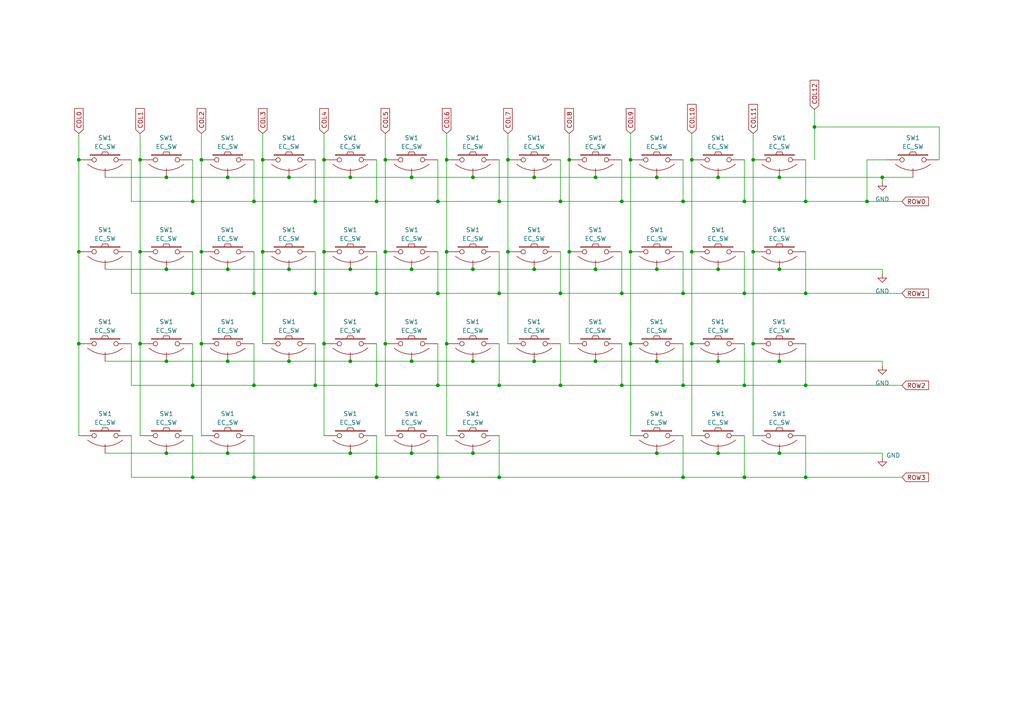
<source format=kicad_sch>
(kicad_sch (version 20230121) (generator eeschema)
  (paper "A4")
  (title_block (title "capybully") (date "2023-07-18") (rev "0.1") (company "sporkus"))
  (lib_symbols
    (symbol "cipulot_parts:EC_SW" (pin_numbers hide) (pin_names (offset 1.016) hide)
      (property "Reference" "SW" (at 3.81 2.794 0))
      (property "Value" "EC_SW" (at -3.81 3.81 0))
      (symbol "EC_SW_0_1"
        (arc (start -5.08 -1.27) (mid 0 -3.052) (end 5.08 -1.27))
        (rectangle (start -4.318 1.27) (end 4.318 1.524))
        (polyline (pts (xy -1.016 1.524) (xy -0.762 2.286) (xy 0.762 2.286) (xy 1.016 1.524)))
        (pin passive inverted (at -7.62 0 0) (length 5.08) (name "1") (number "1"))
        (pin passive inverted (at 7.62 0 180) (length 5.08) (name "2") (number "2"))
      )
      (symbol "EC_SW_1_1"
        (pin input line (at 0 -5.08 90) (length 2.54) (name "SG") (number "3"))
      )
    )
    (symbol "power:GND" (power) (pin_names (offset 0))
      (property "Value" "GND" (at 0 -3.81 0))
      (symbol "GND_0_1"
        (polyline (pts (xy 0 0) (xy 0 -1.27) (xy 1.27 -1.27) (xy 0 -2.54) (xy -1.27 -1.27) (xy 0 -1.27)))
      )
      (symbol "GND_1_1"
        (pin power_in line (at 0 0 270) (length 0) hide (name "GND") (number "1"))
      )
    )
  )
  (junction (at 172.72 104.775))
  (junction (at 40.64 46.355))
  (junction (at 22.86 46.355))
  (junction (at 215.9 111.76))
  (junction (at 137.16 51.435))
  (junction (at 147.32 73.025))
  (junction (at 101.6 51.435))
  (junction (at 198.12 111.76))
  (junction (at 226.06 51.435))
  (junction (at 208.28 51.435))
  (junction (at 162.56 58.42))
  (junction (at 251.46 58.42))
  (junction (at 22.86 99.695))
  (junction (at 119.38 104.775))
  (junction (at 93.98 73.025))
  (junction (at 226.06 104.775))
  (junction (at 66.04 51.435))
  (junction (at 58.42 73.025))
  (junction (at 76.2 73.025))
  (junction (at 218.44 99.695))
  (junction (at 154.94 51.435))
  (junction (at 66.04 78.105))
  (junction (at 190.5 78.105))
  (junction (at 200.66 99.695))
  (junction (at 58.42 99.695))
  (junction (at 226.06 78.105))
  (junction (at 162.56 111.76))
  (junction (at 48.26 78.105))
  (junction (at 93.98 46.355))
  (junction (at 40.64 99.695))
  (junction (at 127 85.09))
  (junction (at 55.88 85.09))
  (junction (at 208.28 104.775))
  (junction (at 58.42 46.355))
  (junction (at 55.88 58.42))
  (junction (at 215.9 85.09))
  (junction (at 144.78 111.76))
  (junction (at 200.66 46.355))
  (junction (at 144.78 138.43))
  (junction (at 233.68 138.43))
  (junction (at 83.82 104.775))
  (junction (at 76.2 46.355))
  (junction (at 55.88 111.76))
  (junction (at 172.72 51.435))
  (junction (at 111.76 46.355))
  (junction (at 144.78 58.42))
  (junction (at 226.06 131.445))
  (junction (at 180.34 85.09))
  (junction (at 233.68 111.76))
  (junction (at 198.12 138.43))
  (junction (at 200.66 73.025))
  (junction (at 144.78 85.09))
  (junction (at 91.44 58.42))
  (junction (at 93.98 99.695))
  (junction (at 215.9 58.42))
  (junction (at 22.86 73.025))
  (junction (at 109.22 138.43))
  (junction (at 66.04 104.775))
  (junction (at 73.66 58.42))
  (junction (at 66.04 131.445))
  (junction (at 233.68 58.42))
  (junction (at 111.76 99.695))
  (junction (at 48.26 104.775))
  (junction (at 154.94 104.775))
  (junction (at 165.1 73.025))
  (junction (at 101.6 78.105))
  (junction (at 218.44 46.355))
  (junction (at 127 111.76))
  (junction (at 91.44 111.76))
  (junction (at 233.68 85.09))
  (junction (at 180.34 58.42))
  (junction (at 165.1 46.355))
  (junction (at 162.56 85.09))
  (junction (at 180.34 111.76))
  (junction (at 109.22 58.42))
  (junction (at 48.26 131.445))
  (junction (at 129.54 46.355))
  (junction (at 127 138.43))
  (junction (at 236.22 36.83))
  (junction (at 147.32 46.355))
  (junction (at 208.28 78.105))
  (junction (at 190.5 104.775))
  (junction (at 48.26 51.435))
  (junction (at 198.12 58.42))
  (junction (at 101.6 131.445))
  (junction (at 137.16 104.775))
  (junction (at 129.54 99.695))
  (junction (at 215.9 138.43))
  (junction (at 182.88 46.355))
  (junction (at 129.54 73.025))
  (junction (at 101.6 104.775))
  (junction (at 208.28 131.445))
  (junction (at 109.22 85.09))
  (junction (at 182.88 73.025))
  (junction (at 111.76 73.025))
  (junction (at 73.66 138.43))
  (junction (at 137.16 131.445))
  (junction (at 255.905 51.435))
  (junction (at 55.88 138.43))
  (junction (at 109.22 111.76))
  (junction (at 198.12 85.09))
  (junction (at 119.38 51.435))
  (junction (at 83.82 51.435))
  (junction (at 154.94 78.105))
  (junction (at 172.72 78.105))
  (junction (at 83.82 78.105))
  (junction (at 190.5 131.445))
  (junction (at 40.64 73.025))
  (junction (at 127 58.42))
  (junction (at 182.88 99.695))
  (junction (at 73.66 111.76))
  (junction (at 190.5 51.435))
  (junction (at 119.38 131.445))
  (junction (at 119.38 78.105))
  (junction (at 91.44 85.09))
  (junction (at 73.66 85.09))
  (junction (at 137.16 78.105))
  (junction (at 218.44 73.025))
  (wire (pts (xy 233.68 85.09) (xy 261.62 85.09)))
  (wire (pts (xy 73.66 46.355) (xy 73.66 58.42)))
  (wire (pts (xy 127 73.025) (xy 127 85.09)))
  (wire (pts (xy 165.1 73.025) (xy 165.1 99.695)))
  (wire (pts (xy 144.78 126.365) (xy 144.78 138.43)))
  (wire (pts (xy 48.26 78.105) (xy 66.04 78.105)))
  (wire (pts (xy 182.88 38.735) (xy 182.88 46.355)))
  (wire (pts (xy 55.88 99.695) (xy 55.88 111.76)))
  (wire (pts (xy 127 58.42) (xy 144.78 58.42)))
  (wire (pts (xy 215.9 73.025) (xy 215.9 85.09)))
  (wire (pts (xy 255.905 51.435) (xy 255.905 52.705)))
  (wire (pts (xy 83.82 104.775) (xy 101.6 104.775)))
  (wire (pts (xy 172.72 104.775) (xy 190.5 104.775)))
  (wire (pts (xy 127 111.76) (xy 144.78 111.76)))
  (wire (pts (xy 165.1 38.735) (xy 165.1 46.355)))
  (wire (pts (xy 91.44 58.42) (xy 109.22 58.42)))
  (wire (pts (xy 233.68 111.76) (xy 261.62 111.76)))
  (wire (pts (xy 73.66 58.42) (xy 91.44 58.42)))
  (wire (pts (xy 215.9 111.76) (xy 233.68 111.76)))
  (wire (pts (xy 22.86 38.735) (xy 22.86 46.355)))
  (wire (pts (xy 73.66 138.43) (xy 109.22 138.43)))
  (wire (pts (xy 172.72 51.435) (xy 190.5 51.435)))
  (wire (pts (xy 73.66 99.695) (xy 73.66 111.76)))
  (wire (pts (xy 198.12 46.355) (xy 198.12 58.42)))
  (wire (pts (xy 111.76 99.695) (xy 111.76 126.365)))
  (wire (pts (xy 111.76 46.355) (xy 111.76 73.025)))
  (wire (pts (xy 190.5 78.105) (xy 208.28 78.105)))
  (wire (pts (xy 119.38 51.435) (xy 137.16 51.435)))
  (wire (pts (xy 137.16 131.445) (xy 190.5 131.445)))
  (wire (pts (xy 233.68 138.43) (xy 261.62 138.43)))
  (wire (pts (xy 190.5 104.775) (xy 208.28 104.775)))
  (wire (pts (xy 137.16 51.435) (xy 154.94 51.435)))
  (wire (pts (xy 55.88 138.43) (xy 73.66 138.43)))
  (wire (pts (xy 73.66 85.09) (xy 91.44 85.09)))
  (wire (pts (xy 198.12 58.42) (xy 215.9 58.42)))
  (wire (pts (xy 251.46 46.355) (xy 251.46 58.42)))
  (wire (pts (xy 127 126.365) (xy 127 138.43)))
  (wire (pts (xy 93.98 73.025) (xy 93.98 99.695)))
  (wire (pts (xy 218.44 46.355) (xy 218.44 73.025)))
  (wire (pts (xy 119.38 104.775) (xy 137.16 104.775)))
  (wire (pts (xy 55.88 126.365) (xy 55.88 138.43)))
  (wire (pts (xy 255.905 104.775) (xy 255.905 106.045)))
  (wire (pts (xy 144.78 111.76) (xy 162.56 111.76)))
  (wire (pts (xy 22.86 99.695) (xy 22.86 126.365)))
  (wire (pts (xy 129.54 46.355) (xy 129.54 73.025)))
  (wire (pts (xy 40.64 38.735) (xy 40.64 46.355)))
  (wire (pts (xy 38.1 58.42) (xy 55.88 58.42)))
  (wire (pts (xy 172.72 78.105) (xy 190.5 78.105)))
  (wire (pts (xy 38.1 111.76) (xy 55.88 111.76)))
  (wire (pts (xy 127 46.355) (xy 127 58.42)))
  (wire (pts (xy 58.42 38.735) (xy 58.42 46.355)))
  (wire (pts (xy 147.32 73.025) (xy 147.32 99.695)))
  (wire (pts (xy 190.5 131.445) (xy 208.28 131.445)))
  (wire (pts (xy 66.04 131.445) (xy 101.6 131.445)))
  (wire (pts (xy 198.12 99.695) (xy 198.12 111.76)))
  (wire (pts (xy 137.16 78.105) (xy 154.94 78.105)))
  (wire (pts (xy 144.78 46.355) (xy 144.78 58.42)))
  (wire (pts (xy 119.38 78.105) (xy 137.16 78.105)))
  (wire (pts (xy 38.1 126.365) (xy 38.1 138.43)))
  (wire (pts (xy 255.905 131.445) (xy 255.905 132.715)))
  (wire (pts (xy 251.46 46.355) (xy 257.175 46.355)))
  (wire (pts (xy 255.905 51.435) (xy 264.795 51.435)))
  (wire (pts (xy 208.28 78.105) (xy 226.06 78.105)))
  (wire (pts (xy 76.2 46.355) (xy 76.2 73.025)))
  (wire (pts (xy 182.88 99.695) (xy 182.88 126.365)))
  (wire (pts (xy 180.34 111.76) (xy 198.12 111.76)))
  (wire (pts (xy 83.82 51.435) (xy 101.6 51.435)))
  (wire (pts (xy 76.2 73.025) (xy 76.2 99.695)))
  (wire (pts (xy 215.9 99.695) (xy 215.9 111.76)))
  (wire (pts (xy 40.64 73.025) (xy 40.64 99.695)))
  (wire (pts (xy 93.98 38.735) (xy 93.98 46.355)))
  (wire (pts (xy 182.88 46.355) (xy 182.88 73.025)))
  (wire (pts (xy 137.16 104.775) (xy 154.94 104.775)))
  (wire (pts (xy 233.68 58.42) (xy 251.46 58.42)))
  (wire (pts (xy 73.66 126.365) (xy 73.66 138.43)))
  (wire (pts (xy 55.88 58.42) (xy 73.66 58.42)))
  (wire (pts (xy 144.78 73.025) (xy 144.78 85.09)))
  (wire (pts (xy 129.54 73.025) (xy 129.54 99.695)))
  (wire (pts (xy 215.9 126.365) (xy 215.9 138.43)))
  (wire (pts (xy 101.6 78.105) (xy 119.38 78.105)))
  (wire (pts (xy 236.22 36.83) (xy 236.22 46.355)))
  (wire (pts (xy 226.06 104.775) (xy 255.905 104.775)))
  (wire (pts (xy 40.64 99.695) (xy 40.64 126.365)))
  (wire (pts (xy 55.88 73.025) (xy 55.88 85.09)))
  (wire (pts (xy 233.68 46.355) (xy 233.68 58.42)))
  (wire (pts (xy 127 99.695) (xy 127 111.76)))
  (wire (pts (xy 162.56 58.42) (xy 180.34 58.42)))
  (wire (pts (xy 76.2 38.735) (xy 76.2 46.355)))
  (wire (pts (xy 48.26 104.775) (xy 66.04 104.775)))
  (wire (pts (xy 66.04 51.435) (xy 83.82 51.435)))
  (wire (pts (xy 200.66 99.695) (xy 200.66 126.365)))
  (wire (pts (xy 272.415 36.83) (xy 272.415 46.355)))
  (wire (pts (xy 91.44 111.76) (xy 109.22 111.76)))
  (wire (pts (xy 30.48 78.105) (xy 48.26 78.105)))
  (wire (pts (xy 180.34 99.695) (xy 180.34 111.76)))
  (wire (pts (xy 91.44 73.025) (xy 91.44 85.09)))
  (wire (pts (xy 236.22 31.75) (xy 236.22 36.83)))
  (wire (pts (xy 38.1 73.025) (xy 38.1 85.09)))
  (wire (pts (xy 251.46 58.42) (xy 261.62 58.42)))
  (wire (pts (xy 129.54 99.695) (xy 129.54 126.365)))
  (wire (pts (xy 55.88 85.09) (xy 73.66 85.09)))
  (wire (pts (xy 66.04 104.775) (xy 83.82 104.775)))
  (wire (pts (xy 144.78 99.695) (xy 144.78 111.76)))
  (wire (pts (xy 73.66 73.025) (xy 73.66 85.09)))
  (wire (pts (xy 147.32 38.735) (xy 147.32 46.355)))
  (wire (pts (xy 109.22 111.76) (xy 127 111.76)))
  (wire (pts (xy 40.64 46.355) (xy 40.64 73.025)))
  (wire (pts (xy 38.1 46.355) (xy 38.1 58.42)))
  (wire (pts (xy 58.42 73.025) (xy 58.42 99.695)))
  (wire (pts (xy 162.56 85.09) (xy 180.34 85.09)))
  (wire (pts (xy 109.22 138.43) (xy 127 138.43)))
  (wire (pts (xy 236.22 36.83) (xy 272.415 36.83)))
  (wire (pts (xy 101.6 51.435) (xy 119.38 51.435)))
  (wire (pts (xy 38.1 85.09) (xy 55.88 85.09)))
  (wire (pts (xy 215.9 85.09) (xy 233.68 85.09)))
  (wire (pts (xy 190.5 51.435) (xy 208.28 51.435)))
  (wire (pts (xy 38.1 138.43) (xy 55.88 138.43)))
  (wire (pts (xy 30.48 51.435) (xy 48.26 51.435)))
  (wire (pts (xy 215.9 58.42) (xy 233.68 58.42)))
  (wire (pts (xy 109.22 126.365) (xy 109.22 138.43)))
  (wire (pts (xy 58.42 99.695) (xy 58.42 126.365)))
  (wire (pts (xy 233.68 126.365) (xy 233.68 138.43)))
  (wire (pts (xy 226.06 51.435) (xy 255.905 51.435)))
  (wire (pts (xy 198.12 126.365) (xy 198.12 138.43)))
  (wire (pts (xy 30.48 104.775) (xy 48.26 104.775)))
  (wire (pts (xy 91.44 99.695) (xy 91.44 111.76)))
  (wire (pts (xy 180.34 73.025) (xy 180.34 85.09)))
  (wire (pts (xy 93.98 46.355) (xy 93.98 73.025)))
  (wire (pts (xy 93.98 99.695) (xy 93.98 126.365)))
  (wire (pts (xy 226.06 78.105) (xy 255.905 78.105)))
  (wire (pts (xy 208.28 131.445) (xy 226.06 131.445)))
  (wire (pts (xy 162.56 73.025) (xy 162.56 85.09)))
  (wire (pts (xy 218.44 99.695) (xy 218.44 126.365)))
  (wire (pts (xy 144.78 138.43) (xy 198.12 138.43)))
  (wire (pts (xy 218.44 73.025) (xy 218.44 99.695)))
  (wire (pts (xy 109.22 58.42) (xy 127 58.42)))
  (wire (pts (xy 198.12 111.76) (xy 215.9 111.76)))
  (wire (pts (xy 129.54 38.735) (xy 129.54 46.355)))
  (wire (pts (xy 109.22 46.355) (xy 109.22 58.42)))
  (wire (pts (xy 109.22 73.025) (xy 109.22 85.09)))
  (wire (pts (xy 233.68 73.025) (xy 233.68 85.09)))
  (wire (pts (xy 83.82 78.105) (xy 101.6 78.105)))
  (wire (pts (xy 58.42 46.355) (xy 58.42 73.025)))
  (wire (pts (xy 180.34 58.42) (xy 198.12 58.42)))
  (wire (pts (xy 182.88 73.025) (xy 182.88 99.695)))
  (wire (pts (xy 215.9 46.355) (xy 215.9 58.42)))
  (wire (pts (xy 200.66 73.025) (xy 200.66 99.695)))
  (wire (pts (xy 198.12 73.025) (xy 198.12 85.09)))
  (wire (pts (xy 198.12 85.09) (xy 215.9 85.09)))
  (wire (pts (xy 30.48 131.445) (xy 48.26 131.445)))
  (wire (pts (xy 91.44 46.355) (xy 91.44 58.42)))
  (wire (pts (xy 66.04 78.105) (xy 83.82 78.105)))
  (wire (pts (xy 109.22 99.695) (xy 109.22 111.76)))
  (wire (pts (xy 111.76 38.735) (xy 111.76 46.355)))
  (wire (pts (xy 233.68 99.695) (xy 233.68 111.76)))
  (wire (pts (xy 215.9 138.43) (xy 233.68 138.43)))
  (wire (pts (xy 180.34 85.09) (xy 198.12 85.09)))
  (wire (pts (xy 127 85.09) (xy 144.78 85.09)))
  (wire (pts (xy 200.66 46.355) (xy 200.66 73.025)))
  (wire (pts (xy 154.94 104.775) (xy 172.72 104.775)))
  (wire (pts (xy 218.44 38.735) (xy 218.44 46.355)))
  (wire (pts (xy 180.34 46.355) (xy 180.34 58.42)))
  (wire (pts (xy 22.86 73.025) (xy 22.86 99.695)))
  (wire (pts (xy 119.38 131.445) (xy 137.16 131.445)))
  (wire (pts (xy 22.86 46.355) (xy 22.86 73.025)))
  (wire (pts (xy 208.28 51.435) (xy 226.06 51.435)))
  (wire (pts (xy 38.1 99.695) (xy 38.1 111.76)))
  (wire (pts (xy 55.88 111.76) (xy 73.66 111.76)))
  (wire (pts (xy 55.88 46.355) (xy 55.88 58.42)))
  (wire (pts (xy 73.66 111.76) (xy 91.44 111.76)))
  (wire (pts (xy 162.56 46.355) (xy 162.56 58.42)))
  (wire (pts (xy 255.905 78.105) (xy 255.905 79.375)))
  (wire (pts (xy 48.26 131.445) (xy 66.04 131.445)))
  (wire (pts (xy 101.6 104.775) (xy 119.38 104.775)))
  (wire (pts (xy 198.12 138.43) (xy 215.9 138.43)))
  (wire (pts (xy 111.76 73.025) (xy 111.76 99.695)))
  (wire (pts (xy 144.78 58.42) (xy 162.56 58.42)))
  (wire (pts (xy 162.56 111.76) (xy 180.34 111.76)))
  (wire (pts (xy 165.1 46.355) (xy 165.1 73.025)))
  (wire (pts (xy 226.06 131.445) (xy 255.905 131.445)))
  (wire (pts (xy 144.78 85.09) (xy 162.56 85.09)))
  (wire (pts (xy 101.6 131.445) (xy 119.38 131.445)))
  (wire (pts (xy 200.66 38.735) (xy 200.66 46.355)))
  (wire (pts (xy 154.94 51.435) (xy 172.72 51.435)))
  (wire (pts (xy 154.94 78.105) (xy 172.72 78.105)))
  (wire (pts (xy 147.32 46.355) (xy 147.32 73.025)))
  (wire (pts (xy 91.44 85.09) (xy 109.22 85.09)))
  (wire (pts (xy 162.56 99.695) (xy 162.56 111.76)))
  (wire (pts (xy 48.26 51.435) (xy 66.04 51.435)))
  (wire (pts (xy 208.28 104.775) (xy 226.06 104.775)))
  (wire (pts (xy 127 138.43) (xy 144.78 138.43)))
  (wire (pts (xy 109.22 85.09) (xy 127 85.09)))
  (global_label "COL1" (shape input) (at 40.64 38.735 90) (property "Intersheetrefs" "${INTERSHEET_REFS}" (effects hide)))
  (global_label "COL10" (shape input) (at 200.66 38.735 90) (property "Intersheetrefs" "${INTERSHEET_REFS}" (effects hide)))
  (global_label "ROW1" (shape input) (at 261.62 85.09 0) (property "Intersheetrefs" "${INTERSHEET_REFS}" (effects hide)))
  (global_label "COL6" (shape input) (at 129.54 38.735 90) (property "Intersheetrefs" "${INTERSHEET_REFS}" (effects hide)))
  (global_label "ROW3" (shape input) (at 261.62 138.43 0) (property "Intersheetrefs" "${INTERSHEET_REFS}" (effects hide)))
  (global_label "ROW2" (shape input) (at 261.62 111.76 0) (property "Intersheetrefs" "${INTERSHEET_REFS}" (effects hide)))
  (global_label "COL5" (shape input) (at 111.76 38.735 90) (property "Intersheetrefs" "${INTERSHEET_REFS}" (effects hide)))
  (global_label "COL8" (shape input) (at 165.1 38.735 90) (property "Intersheetrefs" "${INTERSHEET_REFS}" (effects hide)))
  (global_label "COL9" (shape input) (at 182.88 38.735 90) (property "Intersheetrefs" "${INTERSHEET_REFS}" (effects hide)))
  (global_label "COL7" (shape input) (at 147.32 38.735 90) (property "Intersheetrefs" "${INTERSHEET_REFS}" (effects hide)))
  (global_label "COL4" (shape input) (at 93.98 38.735 90) (property "Intersheetrefs" "${INTERSHEET_REFS}" (effects hide)))
  (global_label "COL0" (shape input) (at 22.86 38.735 90) (property "Intersheetrefs" "${INTERSHEET_REFS}" (effects hide)))
  (global_label "ROW0" (shape input) (at 261.62 58.42 0) (property "Intersheetrefs" "${INTERSHEET_REFS}" (effects hide)))
  (global_label "COL12" (shape input) (at 236.22 31.75 90) (property "Intersheetrefs" "${INTERSHEET_REFS}" (effects hide)))
  (global_label "COL11" (shape input) (at 218.44 38.735 90) (property "Intersheetrefs" "${INTERSHEET_REFS}" (effects hide)))
  (global_label "COL2" (shape input) (at 58.42 38.735 90) (property "Intersheetrefs" "${INTERSHEET_REFS}" (effects hide)))
  (global_label "COL3" (shape input) (at 76.2 38.735 90) (property "Intersheetrefs" "${INTERSHEET_REFS}" (effects hide)))
  (symbol (lib_id "cipulot_parts:EC_SW") (at 48.26 46.355 0) (mirror y) (unit 1) (in_bom no)
    (property "Reference" "SW1" (at 48.26 40.005 0))
    (property "Value" "EC_SW" (at 48.26 42.545 0))
    (property "Footprint" "capacitive_sensors:ecs_plate_cut_1U_14x14mm" (effects hide))
    (instances (project "tako" (path "" (reference "SW1") (unit 1))) (project "tako" (path "" (reference "SW1") (unit 1))) (project "plate2" (path "" (reference "SW2") (unit 1))) (project "le_capybara" (path "" (reference "SW1") (unit 1))))
  )
  (symbol (lib_id "cipulot_parts:EC_SW") (at 119.38 99.695 0) (mirror y) (unit 1) (in_bom no)
    (property "Reference" "SW1" (at 119.38 93.345 0))
    (property "Value" "EC_SW" (at 119.38 95.885 0))
    (property "Footprint" "capacitive_sensors:ecs_plate_cut_1U_14x14mm" (effects hide))
    (instances (project "tako" (path "" (reference "SW1") (unit 1))) (project "tako" (path "" (reference "SW1") (unit 1))) (project "plate2" (path "" (reference "SW32") (unit 1))) (project "le_capybara" (path "" (reference "SW1") (unit 1))))
  )
  (symbol (lib_id "cipulot_parts:EC_SW") (at 30.48 46.355 0) (mirror y) (unit 1) (in_bom no)
    (property "Reference" "SW1" (at 30.48 40.005 0))
    (property "Value" "EC_SW" (at 30.48 42.545 0))
    (property "Footprint" "capacitive_sensors:ecs_plate_cut_1U_14x14mm" (effects hide))
  )
  (symbol (lib_id "cipulot_parts:EC_SW") (at 172.72 99.695 0) (mirror y) (unit 1) (in_bom no)
    (property "Reference" "SW1" (at 172.72 93.345 0))
    (property "Value" "EC_SW" (at 172.72 95.885 0))
    (property "Footprint" "capacitive_sensors:ecs_plate_cut_1U_14x14mm" (effects hide))
    (instances (project "tako" (path "" (reference "SW1") (unit 1))) (project "tako" (path "" (reference "SW1") (unit 1))) (project "plate2" (path "" (reference "SW35") (unit 1))) (project "le_capybara" (path "" (reference "SW1") (unit 1))))
  )
  (symbol (lib_id "cipulot_parts:EC_SW") (at 154.94 99.695 0) (mirror y) (unit 1) (in_bom no)
    (property "Reference" "SW1" (at 154.94 93.345 0))
    (property "Value" "EC_SW" (at 154.94 95.885 0))
    (property "Footprint" "capacitive_sensors:ecs_plate_cut_1U_14x14mm" (effects hide))
    (instances (project "tako" (path "" (reference "SW1") (unit 1))) (project "tako" (path "" (reference "SW1") (unit 1))) (project "plate2" (path "" (reference "SW34") (unit 1))) (project "le_capybara" (path "" (reference "SW1") (unit 1))))
  )
  (symbol (lib_id "cipulot_parts:EC_SW") (at 154.94 73.025 0) (mirror y) (unit 1) (in_bom no)
    (property "Reference" "SW1" (at 154.94 66.675 0))
    (property "Value" "EC_SW" (at 154.94 69.215 0))
    (property "Footprint" "capacitive_sensors:ecs_plate_cut_1U_14x14mm" (effects hide))
    (instances (project "tako" (path "" (reference "SW1") (unit 1))) (project "tako" (path "" (reference "SW1") (unit 1))) (project "plate2" (path "" (reference "SW22") (unit 1))) (project "le_capybara" (path "" (reference "SW1") (unit 1))))
  )
  (symbol (lib_id "cipulot_parts:EC_SW") (at 137.16 126.365 0) (mirror y) (unit 1) (in_bom no)
    (property "Reference" "SW1" (at 137.16 120.015 0))
    (property "Value" "EC_SW" (at 137.16 122.555 0))
    (property "Footprint" "capacitive_sensors:ecs_plate_cut_1U_14x14mm" (effects hide))
    (instances (project "tako" (path "" (reference "SW1") (unit 1))) (project "tako" (path "" (reference "SW1") (unit 1))) (project "plate2" (path "" (reference "SW44") (unit 1))) (project "le_capybara" (path "" (reference "SW1") (unit 1))))
  )
  (symbol (lib_id "cipulot_parts:EC_SW") (at 66.04 126.365 0) (mirror y) (unit 1) (in_bom no)
    (property "Reference" "SW1" (at 66.04 120.015 0))
    (property "Value" "EC_SW" (at 66.04 122.555 0))
    (property "Footprint" "capacitive_sensors:ecs_plate_cut_1U_14x14mm" (effects hide))
    (instances (project "tako" (path "" (reference "SW1") (unit 1))) (project "tako" (path "" (reference "SW1") (unit 1))) (project "plate2" (path "" (reference "SW41") (unit 1))) (project "le_capybara" (path "" (reference "SW1") (unit 1))))
  )
  (symbol (lib_id "cipulot_parts:EC_SW") (at 172.72 46.355 0) (mirror y) (unit 1) (in_bom no)
    (property "Reference" "SW1" (at 172.72 40.005 0))
    (property "Value" "EC_SW" (at 172.72 42.545 0))
    (property "Footprint" "capacitive_sensors:ecs_plate_cut_1U_14x14mm" (effects hide))
    (instances (project "tako" (path "" (reference "SW1") (unit 1))) (project "tako" (path "" (reference "SW1") (unit 1))) (project "plate2" (path "" (reference "SW9") (unit 1))) (project "le_capybara" (path "" (reference "SW1") (unit 1))))
  )
  (symbol (lib_id "cipulot_parts:EC_SW") (at 208.28 46.355 0) (mirror y) (unit 1) (in_bom no)
    (property "Reference" "SW1" (at 208.28 40.005 0))
    (property "Value" "EC_SW" (at 208.28 42.545 0))
    (property "Footprint" "capacitive_sensors:ecs_plate_cut_1U_14x14mm" (effects hide))
    (instances (project "tako" (path "" (reference "SW1") (unit 1))) (project "tako" (path "" (reference "SW1") (unit 1))) (project "plate2" (path "" (reference "SW11") (unit 1))) (project "le_capybara" (path "" (reference "SW1") (unit 1))))
  )
  (symbol (lib_id "cipulot_parts:EC_SW") (at 30.48 126.365 0) (mirror y) (unit 1) (in_bom no)
    (property "Reference" "SW1" (at 30.48 120.015 0))
    (property "Value" "EC_SW" (at 30.48 122.555 0))
    (property "Footprint" "capacitive_sensors:ecs_plate_cut_1U_14x14mm" (effects hide))
    (instances (project "tako" (path "" (reference "SW1") (unit 1))) (project "tako" (path "" (reference "SW1") (unit 1))) (project "plate2" (path "" (reference "SW39") (unit 1))) (project "le_capybara" (path "" (reference "SW1") (unit 1))))
  )
  (symbol (lib_id "cipulot_parts:EC_SW") (at 30.48 99.695 0) (unit 1) (in_bom no)
    (property "Reference" "SW1" (at 30.48 93.345 0))
    (property "Value" "EC_SW" (at 30.48 95.885 0))
    (property "Footprint" "capacitive_sensors:ecs_plate_cut_1U_14x14mm" (effects hide))
    (instances (project "tako" (path "" (reference "SW1") (unit 1))) (project "tako" (path "" (reference "SW1") (unit 1))) (project "plate2" (path "" (reference "SW27") (unit 1))) (project "le_capybara" (path "" (reference "SW1") (unit 1))))
  )
  (symbol (lib_id "cipulot_parts:EC_SW") (at 172.72 73.025 0) (mirror y) (unit 1) (in_bom no)
    (property "Reference" "SW1" (at 172.72 66.675 0))
    (property "Value" "EC_SW" (at 172.72 69.215 0))
    (property "Footprint" "capacitive_sensors:ecs_plate_cut_1U_14x14mm" (effects hide))
    (instances (project "tako" (path "" (reference "SW1") (unit 1))) (project "tako" (path "" (reference "SW1") (unit 1))) (project "plate2" (path "" (reference "SW23") (unit 1))) (project "le_capybara" (path "" (reference "SW1") (unit 1))))
  )
  (symbol (lib_id "power:GND") (at 255.905 132.715 0) (unit 1)
    (property "Reference" "#PWR025" (effects hide))
    (property "Value" "GND" (at 259.08 132.08 0))
  )
  (symbol (lib_id "cipulot_parts:EC_SW") (at 190.5 46.355 0) (mirror y) (unit 1) (in_bom no)
    (property "Reference" "SW1" (at 190.5 40.005 0))
    (property "Value" "EC_SW" (at 190.5 42.545 0))
    (property "Footprint" "capacitive_sensors:ecs_plate_cut_1U_14x14mm" (effects hide))
    (instances (project "tako" (path "" (reference "SW1") (unit 1))) (project "tako" (path "" (reference "SW1") (unit 1))) (project "plate2" (path "" (reference "SW10") (unit 1))) (project "le_capybara" (path "" (reference "SW1") (unit 1))))
  )
  (symbol (lib_id "cipulot_parts:EC_SW") (at 226.06 99.695 0) (mirror y) (unit 1) (in_bom no)
    (property "Reference" "SW1" (at 226.06 93.345 0))
    (property "Value" "EC_SW" (at 226.06 95.885 0))
    (property "Footprint" "capacitive_sensors:ecs_plate_cut_1U_14x14mm" (effects hide))
    (instances (project "tako" (path "" (reference "SW1") (unit 1))) (project "tako" (path "" (reference "SW1") (unit 1))) (project "plate2" (path "" (reference "SW38") (unit 1))) (project "le_capybara" (path "" (reference "SW1") (unit 1))))
  )
  (symbol (lib_id "cipulot_parts:EC_SW") (at 101.6 46.355 0) (mirror y) (unit 1) (in_bom no)
    (property "Reference" "SW1" (at 101.6 40.005 0))
    (property "Value" "EC_SW" (at 101.6 42.545 0))
    (property "Footprint" "capacitive_sensors:ecs_plate_cut_1U_14x14mm" (effects hide))
    (instances (project "tako" (path "" (reference "SW1") (unit 1))) (project "tako" (path "" (reference "SW1") (unit 1))) (project "plate2" (path "" (reference "SW5") (unit 1))) (project "le_capybara" (path "" (reference "SW1") (unit 1))))
  )
  (symbol (lib_id "cipulot_parts:EC_SW") (at 48.26 73.025 0) (mirror y) (unit 1) (in_bom no)
    (property "Reference" "SW1" (at 48.26 66.675 0))
    (property "Value" "EC_SW" (at 48.26 69.215 0))
    (property "Footprint" "capacitive_sensors:ecs_plate_cut_1U_14x14mm" (effects hide))
    (instances (project "tako" (path "" (reference "SW1") (unit 1))) (project "tako" (path "" (reference "SW1") (unit 1))) (project "plate2" (path "" (reference "SW16") (unit 1))) (project "le_capybara" (path "" (reference "SW1") (unit 1))))
  )
  (symbol (lib_id "cipulot_parts:EC_SW") (at 208.28 73.025 0) (mirror y) (unit 1) (in_bom no)
    (property "Reference" "SW1" (at 208.28 66.675 0))
    (property "Value" "EC_SW" (at 208.28 69.215 0))
    (property "Footprint" "capacitive_sensors:ecs_plate_cut_1U_14x14mm" (effects hide))
    (instances (project "tako" (path "" (reference "SW1") (unit 1))) (project "tako" (path "" (reference "SW1") (unit 1))) (project "plate2" (path "" (reference "SW25") (unit 1))) (project "le_capybara" (path "" (reference "SW1") (unit 1))))
  )
  (symbol (lib_id "cipulot_parts:EC_SW") (at 190.5 73.025 0) (mirror y) (unit 1) (in_bom no)
    (property "Reference" "SW1" (at 190.5 66.675 0))
    (property "Value" "EC_SW" (at 190.5 69.215 0))
    (property "Footprint" "capacitive_sensors:ecs_plate_cut_1U_14x14mm" (effects hide))
    (instances (project "tako" (path "" (reference "SW1") (unit 1))) (project "tako" (path "" (reference "SW1") (unit 1))) (project "plate2" (path "" (reference "SW24") (unit 1))) (project "le_capybara" (path "" (reference "SW1") (unit 1))))
  )
  (symbol (lib_id "power:GND") (at 255.905 106.045 0) (unit 1)
    (property "Reference" "#PWR024" (effects hide))
    (property "Value" "GND" (at 255.905 111.125 0))
  )
  (symbol (lib_id "cipulot_parts:EC_SW") (at 190.5 99.695 0) (mirror y) (unit 1) (in_bom no)
    (property "Reference" "SW1" (at 190.5 93.345 0))
    (property "Value" "EC_SW" (at 190.5 95.885 0))
    (property "Footprint" "capacitive_sensors:ecs_plate_cut_1U_14x14mm" (effects hide))
    (instances (project "tako" (path "" (reference "SW1") (unit 1))) (project "tako" (path "" (reference "SW1") (unit 1))) (project "plate2" (path "" (reference "SW36") (unit 1))) (project "le_capybara" (path "" (reference "SW1") (unit 1))))
  )
  (symbol (lib_id "cipulot_parts:EC_SW") (at 66.04 99.695 0) (mirror y) (unit 1) (in_bom no)
    (property "Reference" "SW1" (at 66.04 93.345 0))
    (property "Value" "EC_SW" (at 66.04 95.885 0))
    (property "Footprint" "capacitive_sensors:ecs_plate_cut_1U_14x14mm" (effects hide))
    (instances (project "tako" (path "" (reference "SW1") (unit 1))) (project "tako" (path "" (reference "SW1") (unit 1))) (project "plate2" (path "" (reference "SW29") (unit 1))) (project "le_capybara" (path "" (reference "SW1") (unit 1))))
  )
  (symbol (lib_id "cipulot_parts:EC_SW") (at 66.04 46.355 0) (mirror y) (unit 1) (in_bom no)
    (property "Reference" "SW1" (at 66.04 40.005 0))
    (property "Value" "EC_SW" (at 66.04 42.545 0))
    (property "Footprint" "capacitive_sensors:ecs_plate_cut_1U_14x14mm" (effects hide))
    (instances (project "tako" (path "" (reference "SW1") (unit 1))) (project "tako" (path "" (reference "SW1") (unit 1))) (project "plate2" (path "" (reference "SW3") (unit 1))) (project "le_capybara" (path "" (reference "SW1") (unit 1))))
  )
  (symbol (lib_id "cipulot_parts:EC_SW") (at 190.5 126.365 0) (mirror y) (unit 1) (in_bom no)
    (property "Reference" "SW1" (at 190.5 120.015 0))
    (property "Value" "EC_SW" (at 190.5 122.555 0))
    (property "Footprint" "capacitive_sensors:ecs_plate_cut_1U_14x14mm" (effects hide))
    (instances (project "tako" (path "" (reference "SW1") (unit 1))) (project "tako" (path "" (reference "SW1") (unit 1))) (project "plate2" (path "" (reference "SW45") (unit 1))) (project "le_capybara" (path "" (reference "SW1") (unit 1))))
  )
  (symbol (lib_id "cipulot_parts:EC_SW") (at 101.6 99.695 0) (mirror y) (unit 1) (in_bom no)
    (property "Reference" "SW1" (at 101.6 93.345 0))
    (property "Value" "EC_SW" (at 101.6 95.885 0))
    (property "Footprint" "capacitive_sensors:ecs_plate_cut_1U_14x14mm" (effects hide))
    (instances (project "tako" (path "" (reference "SW1") (unit 1))) (project "tako" (path "" (reference "SW1") (unit 1))) (project "plate2" (path "" (reference "SW31") (unit 1))) (project "le_capybara" (path "" (reference "SW1") (unit 1))))
  )
  (symbol (lib_id "cipulot_parts:EC_SW") (at 208.28 126.365 0) (mirror y) (unit 1) (in_bom no)
    (property "Reference" "SW1" (at 208.28 120.015 0))
    (property "Value" "EC_SW" (at 208.28 122.555 0))
    (property "Footprint" "capacitive_sensors:ecs_plate_cut_1U_14x14mm" (effects hide))
    (instances (project "tako" (path "" (reference "SW1") (unit 1))) (project "tako" (path "" (reference "SW1") (unit 1))) (project "plate2" (path "" (reference "SW46") (unit 1))) (project "le_capybara" (path "" (reference "SW1") (unit 1))))
  )
  (symbol (lib_id "cipulot_parts:EC_SW") (at 137.16 46.355 0) (mirror y) (unit 1) (in_bom no)
    (property "Reference" "SW1" (at 137.16 40.005 0))
    (property "Value" "EC_SW" (at 137.16 42.545 0))
    (property "Footprint" "capacitive_sensors:ecs_plate_cut_1U_14x14mm" (effects hide))
    (instances (project "tako" (path "" (reference "SW1") (unit 1))) (project "tako" (path "" (reference "SW1") (unit 1))) (project "plate2" (path "" (reference "SW7") (unit 1))) (project "le_capybara" (path "" (reference "SW1") (unit 1))))
  )
  (symbol (lib_id "cipulot_parts:EC_SW") (at 119.38 73.025 0) (mirror y) (unit 1) (in_bom no)
    (property "Reference" "SW1" (at 119.38 66.675 0))
    (property "Value" "EC_SW" (at 119.38 69.215 0))
    (property "Footprint" "capacitive_sensors:ecs_plate_cut_1U_14x14mm" (effects hide))
    (instances (project "tako" (path "" (reference "SW1") (unit 1))) (project "tako" (path "" (reference "SW1") (unit 1))) (project "plate2" (path "" (reference "SW20") (unit 1))) (project "le_capybara" (path "" (reference "SW1") (unit 1))))
  )
  (symbol (lib_id "cipulot_parts:EC_SW") (at 208.28 99.695 0) (mirror y) (unit 1) (in_bom no)
    (property "Reference" "SW1" (at 208.28 93.345 0))
    (property "Value" "EC_SW" (at 208.28 95.885 0))
    (property "Footprint" "capacitive_sensors:ecs_plate_cut_1U_14x14mm" (effects hide))
    (instances (project "tako" (path "" (reference "SW1") (unit 1))) (project "tako" (path "" (reference "SW1") (unit 1))) (project "plate2" (path "" (reference "SW37") (unit 1))) (project "le_capybara" (path "" (reference "SW1") (unit 1))))
  )
  (symbol (lib_id "power:GND") (at 255.905 52.705 0) (unit 1)
    (property "Reference" "#PWR021" (effects hide))
    (property "Value" "GND" (at 255.905 57.785 0))
  )
  (symbol (lib_id "cipulot_parts:EC_SW") (at 119.38 126.365 0) (unit 1) (in_bom no)
    (property "Reference" "SW1" (at 119.38 120.015 0))
    (property "Value" "EC_SW" (at 119.38 122.555 0))
    (property "Footprint" "capacitive_sensors:ecs_plate_cut_1U_14x14mm" (effects hide))
    (instances (project "tako" (path "" (reference "SW1") (unit 1))) (project "tako" (path "" (reference "SW1") (unit 1))) (project "plate2" (path "" (reference "SW43") (unit 1))) (project "le_capybara" (path "" (reference "SW1") (unit 1))))
  )
  (symbol (lib_id "cipulot_parts:EC_SW") (at 30.48 73.025 0) (unit 1) (in_bom no)
    (property "Reference" "SW1" (at 30.48 66.675 0))
    (property "Value" "EC_SW" (at 30.48 69.215 0))
    (property "Footprint" "capacitive_sensors:ecs_plate_cut_1U_14x14mm" (effects hide))
    (instances (project "tako" (path "" (reference "SW1") (unit 1))) (project "tako" (path "" (reference "SW1") (unit 1))) (project "plate2" (path "" (reference "SW15") (unit 1))) (project "le_capybara" (path "" (reference "SW1") (unit 1))))
  )
  (symbol (lib_id "cipulot_parts:EC_SW") (at 48.26 99.695 0) (mirror y) (unit 1) (in_bom no)
    (property "Reference" "SW1" (at 48.26 93.345 0))
    (property "Value" "EC_SW" (at 48.26 95.885 0))
    (property "Footprint" "capacitive_sensors:ecs_plate_cut_1U_14x14mm" (effects hide))
    (instances (project "tako" (path "" (reference "SW1") (unit 1))) (project "tako" (path "" (reference "SW1") (unit 1))) (project "plate2" (path "" (reference "SW28") (unit 1))) (project "le_capybara" (path "" (reference "SW1") (unit 1))))
  )
  (symbol (lib_id "cipulot_parts:EC_SW") (at 48.26 126.365 0) (unit 1) (in_bom no)
    (property "Reference" "SW1" (at 48.26 120.015 0))
    (property "Value" "EC_SW" (at 48.26 122.555 0))
    (property "Footprint" "capacitive_sensors:ecs_plate_cut_1U_14x14mm" (effects hide))
    (instances (project "tako" (path "" (reference "SW1") (unit 1))) (project "tako" (path "" (reference "SW1") (unit 1))) (project "plate2" (path "" (reference "SW40") (unit 1))) (project "le_capybara" (path "" (reference "SW1") (unit 1))))
  )
  (symbol (lib_id "cipulot_parts:EC_SW") (at 226.06 73.025 0) (mirror y) (unit 1) (in_bom no)
    (property "Reference" "SW1" (at 226.06 66.675 0))
    (property "Value" "EC_SW" (at 226.06 69.215 0))
    (property "Footprint" "capacitive_sensors:ecs_plate_cut_1U_14x14mm" (effects hide))
    (instances (project "tako" (path "" (reference "SW1") (unit 1))) (project "tako" (path "" (reference "SW1") (unit 1))) (project "plate2" (path "" (reference "SW26") (unit 1))) (project "le_capybara" (path "" (reference "SW1") (unit 1))))
  )
  (symbol (lib_id "cipulot_parts:EC_SW") (at 83.82 73.025 0) (mirror y) (unit 1) (in_bom no)
    (property "Reference" "SW1" (at 83.82 66.675 0))
    (property "Value" "EC_SW" (at 83.82 69.215 0))
    (property "Footprint" "capacitive_sensors:ecs_plate_cut_1U_14x14mm" (effects hide))
    (instances (project "tako" (path "" (reference "SW1") (unit 1))) (project "tako" (path "" (reference "SW1") (unit 1))) (project "plate2" (path "" (reference "SW18") (unit 1))) (project "le_capybara" (path "" (reference "SW1") (unit 1))))
  )
  (symbol (lib_id "cipulot_parts:EC_SW") (at 264.795 46.355 0) (unit 1) (in_bom no)
    (property "Reference" "SW1" (at 264.795 40.005 0))
    (property "Value" "EC_SW" (at 264.795 42.545 0))
    (property "Footprint" "capacitive_sensors:ecs_plate_cut_1U_14x14mm" (effects hide))
    (instances (project "tako" (path "" (reference "SW1") (unit 1))) (project "tako" (path "" (reference "SW1") (unit 1))) (project "plate2" (path "" (reference "SW14") (unit 1))) (project "le_capybara" (path "" (reference "SW1") (unit 1))))
  )
  (symbol (lib_id "cipulot_parts:EC_SW") (at 101.6 126.365 0) (unit 1) (in_bom no)
    (property "Reference" "SW1" (at 101.6 120.015 0))
    (property "Value" "EC_SW" (at 101.6 122.555 0))
    (property "Footprint" "capacitive_sensors:ecs_plate_cut_1U_14x14mm" (effects hide))
    (instances (project "tako" (path "" (reference "SW1") (unit 1))) (project "tako" (path "" (reference "SW1") (unit 1))) (project "plate2" (path "" (reference "SW42") (unit 1))) (project "le_capybara" (path "" (reference "SW1") (unit 1))))
  )
  (symbol (lib_id "cipulot_parts:EC_SW") (at 154.94 46.355 0) (mirror y) (unit 1) (in_bom no)
    (property "Reference" "SW1" (at 154.94 40.005 0))
    (property "Value" "EC_SW" (at 154.94 42.545 0))
    (property "Footprint" "capacitive_sensors:ecs_plate_cut_1U_14x14mm" (effects hide))
    (instances (project "tako" (path "" (reference "SW1") (unit 1))) (project "tako" (path "" (reference "SW1") (unit 1))) (project "plate2" (path "" (reference "SW8") (unit 1))) (project "le_capybara" (path "" (reference "SW1") (unit 1))))
  )
  (symbol (lib_id "power:GND") (at 255.905 79.375 0) (unit 1)
    (property "Reference" "#PWR022" (effects hide))
    (property "Value" "GND" (at 255.905 84.455 0))
  )
  (symbol (lib_id "cipulot_parts:EC_SW") (at 66.04 73.025 0) (mirror y) (unit 1) (in_bom no)
    (property "Reference" "SW1" (at 66.04 66.675 0))
    (property "Value" "EC_SW" (at 66.04 69.215 0))
    (property "Footprint" "capacitive_sensors:ecs_plate_cut_1U_14x14mm" (effects hide))
    (instances (project "tako" (path "" (reference "SW1") (unit 1))) (project "tako" (path "" (reference "SW1") (unit 1))) (project "plate2" (path "" (reference "SW17") (unit 1))) (project "le_capybara" (path "" (reference "SW1") (unit 1))))
  )
  (symbol (lib_id "cipulot_parts:EC_SW") (at 226.06 126.365 0) (unit 1) (in_bom no)
    (property "Reference" "SW1" (at 226.06 120.015 0))
    (property "Value" "EC_SW" (at 226.06 122.555 0))
    (property "Footprint" "capacitive_sensors:ecs_plate_cut_1U_14x14mm" (effects hide))
    (instances (project "tako" (path "" (reference "SW1") (unit 1))) (project "tako" (path "" (reference "SW1") (unit 1))) (project "plate2" (path "" (reference "SW47") (unit 1))) (project "le_capybara" (path "" (reference "SW1") (unit 1))))
  )
  (symbol (lib_id "cipulot_parts:EC_SW") (at 137.16 99.695 0) (mirror y) (unit 1) (in_bom no)
    (property "Reference" "SW1" (at 137.16 93.345 0))
    (property "Value" "EC_SW" (at 137.16 95.885 0))
    (property "Footprint" "capacitive_sensors:ecs_plate_cut_1U_14x14mm" (effects hide))
    (instances (project "tako" (path "" (reference "SW1") (unit 1))) (project "tako" (path "" (reference "SW1") (unit 1))) (project "plate2" (path "" (reference "SW33") (unit 1))) (project "le_capybara" (path "" (reference "SW1") (unit 1))))
  )
  (symbol (lib_id "cipulot_parts:EC_SW") (at 83.82 99.695 0) (mirror y) (unit 1) (in_bom no)
    (property "Reference" "SW1" (at 83.82 93.345 0))
    (property "Value" "EC_SW" (at 83.82 95.885 0))
    (property "Footprint" "capacitive_sensors:ecs_plate_cut_1U_14x14mm" (effects hide))
    (instances (project "tako" (path "" (reference "SW1") (unit 1))) (project "tako" (path "" (reference "SW1") (unit 1))) (project "plate2" (path "" (reference "SW30") (unit 1))) (project "le_capybara" (path "" (reference "SW1") (unit 1))))
  )
  (symbol (lib_id "cipulot_parts:EC_SW") (at 83.82 46.355 0) (mirror y) (unit 1) (in_bom no)
    (property "Reference" "SW1" (at 83.82 40.005 0))
    (property "Value" "EC_SW" (at 83.82 42.545 0))
    (property "Footprint" "capacitive_sensors:ecs_plate_cut_1U_14x14mm" (effects hide))
    (instances (project "tako" (path "" (reference "SW1") (unit 1))) (project "tako" (path "" (reference "SW1") (unit 1))) (project "plate2" (path "" (reference "SW4") (unit 1))) (project "le_capybara" (path "" (reference "SW1") (unit 1))))
  )
  (symbol (lib_id "cipulot_parts:EC_SW") (at 137.16 73.025 0) (mirror y) (unit 1) (in_bom no)
    (property "Reference" "SW1" (at 137.16 66.675 0))
    (property "Value" "EC_SW" (at 137.16 69.215 0))
    (property "Footprint" "capacitive_sensors:ecs_plate_cut_1U_14x14mm" (effects hide))
    (instances (project "tako" (path "" (reference "SW1") (unit 1))) (project "tako" (path "" (reference "SW1") (unit 1))) (project "plate2" (path "" (reference "SW21") (unit 1))) (project "le_capybara" (path "" (reference "SW1") (unit 1))))
  )
  (symbol (lib_id "cipulot_parts:EC_SW") (at 101.6 73.025 0) (mirror y) (unit 1) (in_bom no)
    (property "Reference" "SW1" (at 101.6 66.675 0))
    (property "Value" "EC_SW" (at 101.6 69.215 0))
    (property "Footprint" "capacitive_sensors:ecs_plate_cut_1U_14x14mm" (effects hide))
    (instances (project "tako" (path "" (reference "SW1") (unit 1))) (project "tako" (path "" (reference "SW1") (unit 1))) (project "plate2" (path "" (reference "SW19") (unit 1))) (project "le_capybara" (path "" (reference "SW1") (unit 1))))
  )
  (symbol (lib_id "cipulot_parts:EC_SW") (at 119.38 46.355 0) (mirror y) (unit 1) (in_bom no)
    (property "Reference" "SW1" (at 119.38 40.005 0))
    (property "Value" "EC_SW" (at 119.38 42.545 0))
    (property "Footprint" "capacitive_sensors:ecs_plate_cut_1U_14x14mm" (effects hide))
    (instances (project "tako" (path "" (reference "SW1") (unit 1))) (project "tako" (path "" (reference "SW1") (unit 1))) (project "plate2" (path "" (reference "SW6") (unit 1))) (project "le_capybara" (path "" (reference "SW1") (unit 1))))
  )
  (symbol (lib_id "cipulot_parts:EC_SW") (at 226.06 46.355 0) (mirror y) (unit 1) (in_bom no)
    (property "Reference" "SW1" (at 226.06 40.005 0))
    (property "Value" "EC_SW" (at 226.06 42.545 0))
    (property "Footprint" "capacitive_sensors:ecs_plate_cut_1U_14x14mm" (effects hide))
    (instances (project "tako" (path "" (reference "SW1") (unit 1))) (project "tako" (path "" (reference "SW1") (unit 1))) (project "plate2" (path "" (reference "SW12") (unit 1))) (project "le_capybara" (path "" (reference "SW1") (unit 1))))
  )
)
</source>
